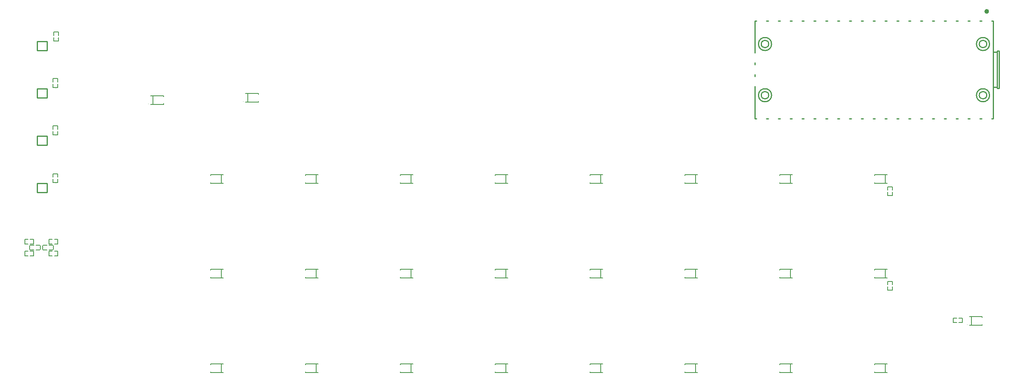
<source format=gbr>
%TF.GenerationSoftware,KiCad,Pcbnew,7.0.5-0*%
%TF.CreationDate,2023-10-31T21:53:37+01:00*%
%TF.ProjectId,20231027_vm-1_prototyp,32303233-3130-4323-975f-766d2d315f70,rev?*%
%TF.SameCoordinates,Original*%
%TF.FileFunction,Legend,Top*%
%TF.FilePolarity,Positive*%
%FSLAX46Y46*%
G04 Gerber Fmt 4.6, Leading zero omitted, Abs format (unit mm)*
G04 Created by KiCad (PCBNEW 7.0.5-0) date 2023-10-31 21:53:37*
%MOMM*%
%LPD*%
G01*
G04 APERTURE LIST*
%ADD10C,0.152400*%
%ADD11C,0.059995*%
%ADD12C,0.254000*%
%ADD13C,0.500000*%
%ADD14C,3.200000*%
%ADD15C,2.500000*%
%ADD16C,1.750000*%
%ADD17C,4.000000*%
%ADD18R,1.100000X1.000000*%
%ADD19R,0.565659X0.540005*%
%ADD20R,0.540005X0.565659*%
%ADD21R,0.790094X0.540005*%
%ADD22R,1.300000X0.600000*%
%ADD23R,1.300000X0.700000*%
%ADD24R,1.600000X3.200000*%
%ADD25R,3.200000X1.600000*%
%ADD26C,1.524000*%
%ADD27O,2.900000X3.000000*%
%ADD28C,5.000000*%
%ADD29C,1.700000*%
%ADD30O,1.700000X1.700000*%
G04 APERTURE END LIST*
D10*
%TO.C,U1*%
X94721175Y-118401137D02*
X91968724Y-118401137D01*
X94721175Y-116548660D02*
X91968724Y-116548660D01*
X94261739Y-118351124D02*
X94261739Y-116598673D01*
X91968724Y-118401137D02*
X91968724Y-118208096D01*
X91968724Y-116548660D02*
X91968724Y-116741701D01*
D11*
X95275023Y-116674898D02*
G75*
G03*
X95275023Y-116674898I-29972J0D01*
G01*
D10*
%TO.C,U10*%
X155681175Y-118401137D02*
X152928724Y-118401137D01*
X155681175Y-116548660D02*
X152928724Y-116548660D01*
X155221739Y-118351124D02*
X155221739Y-116598673D01*
X152928724Y-118401137D02*
X152928724Y-118208096D01*
X152928724Y-116548660D02*
X152928724Y-116741701D01*
D11*
X156235023Y-116674898D02*
G75*
G03*
X156235023Y-116674898I-29972J0D01*
G01*
D10*
%TO.C,U9*%
X155681175Y-98081137D02*
X152928724Y-98081137D01*
X155681175Y-96228660D02*
X152928724Y-96228660D01*
X155221739Y-98031124D02*
X155221739Y-96278673D01*
X152928724Y-98081137D02*
X152928724Y-97888096D01*
X152928724Y-96228660D02*
X152928724Y-96421701D01*
D11*
X156235023Y-96354898D02*
G75*
G03*
X156235023Y-96354898I-29972J0D01*
G01*
%TO.C,R2*%
X58800644Y-112913013D02*
G75*
G03*
X58800644Y-112913013I-29997J0D01*
G01*
D10*
X57326400Y-112664397D02*
X57326400Y-113661603D01*
X57326400Y-113661603D02*
X58044434Y-113661603D01*
X58044434Y-112664397D02*
X57326400Y-112664397D01*
X58496860Y-112664397D02*
X59214894Y-112664397D01*
X59214894Y-112664397D02*
X59214894Y-113661603D01*
X59214894Y-113661603D02*
X58496860Y-113661603D01*
%TO.C,U28*%
X254528825Y-126708863D02*
X257281276Y-126708863D01*
X254528825Y-128561340D02*
X257281276Y-128561340D01*
X254988261Y-126758876D02*
X254988261Y-128511327D01*
X257281276Y-126708863D02*
X257281276Y-126901904D01*
X257281276Y-128561340D02*
X257281276Y-128368299D01*
D11*
X254034921Y-128435102D02*
G75*
G03*
X254034921Y-128435102I-29972J0D01*
G01*
%TO.C,R3*%
X53617010Y-110373013D02*
G75*
G03*
X53617010Y-110373013I-29997J0D01*
G01*
D10*
X52142766Y-110124397D02*
X52142766Y-111121603D01*
X52142766Y-111121603D02*
X52860800Y-111121603D01*
X52860800Y-110124397D02*
X52142766Y-110124397D01*
X53313226Y-110124397D02*
X54031260Y-110124397D01*
X54031260Y-110124397D02*
X54031260Y-111121603D01*
X54031260Y-111121603D02*
X53313226Y-111121603D01*
%TO.C,U13*%
X176001175Y-118401137D02*
X173248724Y-118401137D01*
X176001175Y-116548660D02*
X173248724Y-116548660D01*
X175541739Y-118351124D02*
X175541739Y-116598673D01*
X173248724Y-118401137D02*
X173248724Y-118208096D01*
X173248724Y-116548660D02*
X173248724Y-116741701D01*
D11*
X176555023Y-116674898D02*
G75*
G03*
X176555023Y-116674898I-29972J0D01*
G01*
D10*
%TO.C,U2*%
X94721175Y-138721137D02*
X91968724Y-138721137D01*
X94721175Y-136868660D02*
X91968724Y-136868660D01*
X94261739Y-138671124D02*
X94261739Y-136918673D01*
X91968724Y-138721137D02*
X91968724Y-138528096D01*
X91968724Y-136868660D02*
X91968724Y-137061701D01*
D11*
X95275023Y-136994898D02*
G75*
G03*
X95275023Y-136994898I-29972J0D01*
G01*
%TO.C,R4*%
X57800644Y-110872987D02*
G75*
G03*
X57800644Y-110872987I-29997J0D01*
G01*
D10*
X59214894Y-111121603D02*
X59214894Y-110124397D01*
X59214894Y-110124397D02*
X58496860Y-110124397D01*
X58496860Y-111121603D02*
X59214894Y-111121603D01*
X58044434Y-111121603D02*
X57326400Y-111121603D01*
X57326400Y-111121603D02*
X57326400Y-110124397D01*
X57326400Y-110124397D02*
X58044434Y-110124397D01*
%TO.C,R9*%
X236991397Y-100691064D02*
X236991397Y-99973030D01*
X237988603Y-100691064D02*
X236991397Y-100691064D01*
X237988603Y-99973030D02*
X237988603Y-100691064D01*
X237988603Y-99520604D02*
X237988603Y-98802570D01*
X236991397Y-98802570D02*
X236991397Y-99520604D01*
X237988603Y-98802570D02*
X236991397Y-98802570D01*
D11*
X237769984Y-100246817D02*
G75*
G03*
X237769984Y-100246817I-29997J0D01*
G01*
D10*
%TO.C,U6*%
X135361175Y-98081137D02*
X132608724Y-98081137D01*
X135361175Y-96228660D02*
X132608724Y-96228660D01*
X134901739Y-98031124D02*
X134901739Y-96278673D01*
X132608724Y-98081137D02*
X132608724Y-97888096D01*
X132608724Y-96228660D02*
X132608724Y-96421701D01*
D11*
X135915023Y-96354898D02*
G75*
G03*
X135915023Y-96354898I-29972J0D01*
G01*
%TO.C,C2*%
X57642912Y-111642987D02*
G75*
G03*
X57642912Y-111642987I-29997J0D01*
G01*
D10*
X56096608Y-111394393D02*
G75*
G03*
X55944208Y-111546797I7J-152407D01*
G01*
X55944212Y-112239203D02*
G75*
G03*
X56096608Y-112391603I152403J3D01*
G01*
X58281622Y-111546797D02*
G75*
G03*
X58129222Y-111394397I-152400J0D01*
G01*
X58129222Y-112391603D02*
G75*
G03*
X58281622Y-112239203I0J152400D01*
G01*
X55944208Y-111546797D02*
X55944208Y-112239203D01*
X56096608Y-112391603D02*
X56886702Y-112391603D01*
X56886702Y-111394397D02*
X56096608Y-111394397D01*
X57339128Y-111394397D02*
X58129222Y-111394397D01*
X58129222Y-112391603D02*
X57339128Y-112391603D01*
X58281622Y-111546797D02*
X58281622Y-112239203D01*
D11*
%TO.C,R8*%
X58953984Y-97452817D02*
G75*
G03*
X58953984Y-97452817I-29997J0D01*
G01*
D10*
X59172603Y-96008570D02*
X58175397Y-96008570D01*
X58175397Y-96008570D02*
X58175397Y-96726604D01*
X59172603Y-96726604D02*
X59172603Y-96008570D01*
X59172603Y-97179030D02*
X59172603Y-97897064D01*
X59172603Y-97897064D02*
X58175397Y-97897064D01*
X58175397Y-97897064D02*
X58175397Y-97179030D01*
%TO.C,U8*%
X135361175Y-138721137D02*
X132608724Y-138721137D01*
X135361175Y-136868660D02*
X132608724Y-136868660D01*
X134901739Y-138671124D02*
X134901739Y-136918673D01*
X132608724Y-138721137D02*
X132608724Y-138528096D01*
X132608724Y-136868660D02*
X132608724Y-137061701D01*
D11*
X135915023Y-136994898D02*
G75*
G03*
X135915023Y-136994898I-29972J0D01*
G01*
D10*
%TO.C,R11*%
X251098936Y-127009397D02*
X251816970Y-127009397D01*
X251098936Y-128006603D02*
X251098936Y-127009397D01*
X251816970Y-128006603D02*
X251098936Y-128006603D01*
X252269396Y-128006603D02*
X252987430Y-128006603D01*
X252987430Y-127009397D02*
X252269396Y-127009397D01*
X252987430Y-128006603D02*
X252987430Y-127009397D01*
D11*
X251573180Y-127757987D02*
G75*
G03*
X251573180Y-127757987I-29997J0D01*
G01*
D10*
%TO.C,U20*%
X216641175Y-138721137D02*
X213888724Y-138721137D01*
X216641175Y-136868660D02*
X213888724Y-136868660D01*
X216181739Y-138671124D02*
X216181739Y-136918673D01*
X213888724Y-138721137D02*
X213888724Y-138528096D01*
X213888724Y-136868660D02*
X213888724Y-137061701D01*
D11*
X217195023Y-136994898D02*
G75*
G03*
X217195023Y-136994898I-29972J0D01*
G01*
%TO.C,U31*%
X58809896Y-87900000D02*
G75*
G03*
X58809896Y-87900000I-29972J0D01*
G01*
D12*
X54794656Y-87892888D02*
X54794656Y-89907874D01*
X54794656Y-89907874D02*
X56935118Y-89907874D01*
X56935118Y-87892888D02*
X54794656Y-87892888D01*
X56935118Y-89907874D02*
X56935118Y-87892888D01*
D10*
%TO.C,U4*%
X115041175Y-118401137D02*
X112288724Y-118401137D01*
X115041175Y-116548660D02*
X112288724Y-116548660D01*
X114581739Y-118351124D02*
X114581739Y-116598673D01*
X112288724Y-118401137D02*
X112288724Y-118208096D01*
X112288724Y-116548660D02*
X112288724Y-116741701D01*
D11*
X115595023Y-116674898D02*
G75*
G03*
X115595023Y-116674898I-29972J0D01*
G01*
%TO.C,R1*%
X52617010Y-113412987D02*
G75*
G03*
X52617010Y-113412987I-29997J0D01*
G01*
D10*
X54031260Y-113661603D02*
X54031260Y-112664397D01*
X54031260Y-112664397D02*
X53313226Y-112664397D01*
X53313226Y-113661603D02*
X54031260Y-113661603D01*
X52860800Y-113661603D02*
X52142766Y-113661603D01*
X52142766Y-113661603D02*
X52142766Y-112664397D01*
X52142766Y-112664397D02*
X52860800Y-112664397D01*
D11*
%TO.C,R7*%
X58953984Y-87189183D02*
G75*
G03*
X58953984Y-87189183I-29997J0D01*
G01*
D10*
X59172603Y-85744936D02*
X58175397Y-85744936D01*
X58175397Y-85744936D02*
X58175397Y-86462970D01*
X59172603Y-86462970D02*
X59172603Y-85744936D01*
X59172603Y-86915396D02*
X59172603Y-87633430D01*
X59172603Y-87633430D02*
X58175397Y-87633430D01*
X58175397Y-87633430D02*
X58175397Y-86915396D01*
D11*
%TO.C,U30*%
X58809896Y-77740000D02*
G75*
G03*
X58809896Y-77740000I-29972J0D01*
G01*
D12*
X54794656Y-77732888D02*
X54794656Y-79747874D01*
X54794656Y-79747874D02*
X56935118Y-79747874D01*
X56935118Y-77732888D02*
X54794656Y-77732888D01*
X56935118Y-79747874D02*
X56935118Y-77732888D01*
D10*
%TO.C,U7*%
X135361175Y-118401137D02*
X132608724Y-118401137D01*
X135361175Y-116548660D02*
X132608724Y-116548660D01*
X134901739Y-118351124D02*
X134901739Y-116598673D01*
X132608724Y-118401137D02*
X132608724Y-118208096D01*
X132608724Y-116548660D02*
X132608724Y-116741701D01*
D11*
X135915023Y-116674898D02*
G75*
G03*
X135915023Y-116674898I-29972J0D01*
G01*
D10*
%TO.C,U22*%
X236961175Y-118401137D02*
X234208724Y-118401137D01*
X236961175Y-116548660D02*
X234208724Y-116548660D01*
X236501739Y-118351124D02*
X236501739Y-116598673D01*
X234208724Y-118401137D02*
X234208724Y-118208096D01*
X234208724Y-116548660D02*
X234208724Y-116741701D01*
D11*
X237515023Y-116674898D02*
G75*
G03*
X237515023Y-116674898I-29972J0D01*
G01*
D10*
%TO.C,U26*%
X79141825Y-79253863D02*
X81894276Y-79253863D01*
X79141825Y-81106340D02*
X81894276Y-81106340D01*
X79601261Y-79303876D02*
X79601261Y-81056327D01*
X81894276Y-79253863D02*
X81894276Y-79446904D01*
X81894276Y-81106340D02*
X81894276Y-80913299D01*
D11*
X78647921Y-80980102D02*
G75*
G03*
X78647921Y-80980102I-29972J0D01*
G01*
D10*
%TO.C,R10*%
X236991397Y-121011064D02*
X236991397Y-120293030D01*
X237988603Y-121011064D02*
X236991397Y-121011064D01*
X237988603Y-120293030D02*
X237988603Y-121011064D01*
X237988603Y-119840604D02*
X237988603Y-119122570D01*
X236991397Y-119122570D02*
X236991397Y-119840604D01*
X237988603Y-119122570D02*
X236991397Y-119122570D01*
D11*
X237769984Y-120566817D02*
G75*
G03*
X237769984Y-120566817I-29997J0D01*
G01*
D10*
%TO.C,U25*%
X94721175Y-98081137D02*
X91968724Y-98081137D01*
X94721175Y-96228660D02*
X91968724Y-96228660D01*
X94261739Y-98031124D02*
X94261739Y-96278673D01*
X91968724Y-98081137D02*
X91968724Y-97888096D01*
X91968724Y-96228660D02*
X91968724Y-96421701D01*
D11*
X95275023Y-96354898D02*
G75*
G03*
X95275023Y-96354898I-29972J0D01*
G01*
%TO.C,R6*%
X58953984Y-77029183D02*
G75*
G03*
X58953984Y-77029183I-29997J0D01*
G01*
D10*
X59172603Y-75584936D02*
X58175397Y-75584936D01*
X58175397Y-75584936D02*
X58175397Y-76302970D01*
X59172603Y-76302970D02*
X59172603Y-75584936D01*
X59172603Y-76755396D02*
X59172603Y-77473430D01*
X59172603Y-77473430D02*
X58175397Y-77473430D01*
X58175397Y-77473430D02*
X58175397Y-76755396D01*
%TO.C,U21*%
X236961175Y-98081137D02*
X234208724Y-98081137D01*
X236961175Y-96228660D02*
X234208724Y-96228660D01*
X236501739Y-98031124D02*
X236501739Y-96278673D01*
X234208724Y-98081137D02*
X234208724Y-97888096D01*
X234208724Y-96228660D02*
X234208724Y-96421701D01*
D11*
X237515023Y-96354898D02*
G75*
G03*
X237515023Y-96354898I-29972J0D01*
G01*
D10*
%TO.C,U18*%
X216641175Y-98081137D02*
X213888724Y-98081137D01*
X216641175Y-96228660D02*
X213888724Y-96228660D01*
X216181739Y-98031124D02*
X216181739Y-96278673D01*
X213888724Y-98081137D02*
X213888724Y-97888096D01*
X213888724Y-96228660D02*
X213888724Y-96421701D01*
D11*
X217195023Y-96354898D02*
G75*
G03*
X217195023Y-96354898I-29972J0D01*
G01*
%TO.C,U29*%
X58809896Y-67580000D02*
G75*
G03*
X58809896Y-67580000I-29972J0D01*
G01*
D12*
X54794656Y-67572888D02*
X54794656Y-69587874D01*
X54794656Y-69587874D02*
X56935118Y-69587874D01*
X56935118Y-67572888D02*
X54794656Y-67572888D01*
X56935118Y-69587874D02*
X56935118Y-67572888D01*
D10*
%TO.C,U17*%
X196321175Y-138721137D02*
X193568724Y-138721137D01*
X196321175Y-136868660D02*
X193568724Y-136868660D01*
X195861739Y-138671124D02*
X195861739Y-136918673D01*
X193568724Y-138721137D02*
X193568724Y-138528096D01*
X193568724Y-136868660D02*
X193568724Y-137061701D01*
D11*
X196875023Y-136994898D02*
G75*
G03*
X196875023Y-136994898I-29972J0D01*
G01*
D10*
%TO.C,U23*%
X236961175Y-138721137D02*
X234208724Y-138721137D01*
X236961175Y-136868660D02*
X234208724Y-136868660D01*
X236501739Y-138671124D02*
X236501739Y-136918673D01*
X234208724Y-138721137D02*
X234208724Y-138528096D01*
X234208724Y-136868660D02*
X234208724Y-137061701D01*
D11*
X237515023Y-136994898D02*
G75*
G03*
X237515023Y-136994898I-29972J0D01*
G01*
D10*
%TO.C,U14*%
X176001175Y-138721137D02*
X173248724Y-138721137D01*
X176001175Y-136868660D02*
X173248724Y-136868660D01*
X175541739Y-138671124D02*
X175541739Y-136918673D01*
X173248724Y-138721137D02*
X173248724Y-138528096D01*
X173248724Y-136868660D02*
X173248724Y-137061701D01*
D11*
X176555023Y-136994898D02*
G75*
G03*
X176555023Y-136994898I-29972J0D01*
G01*
%TO.C,U32*%
X58809896Y-98060000D02*
G75*
G03*
X58809896Y-98060000I-29972J0D01*
G01*
D12*
X54794656Y-98052888D02*
X54794656Y-100067874D01*
X54794656Y-100067874D02*
X56935118Y-100067874D01*
X56935118Y-98052888D02*
X54794656Y-98052888D01*
X56935118Y-100067874D02*
X56935118Y-98052888D01*
D10*
%TO.C,U12*%
X176001175Y-98081137D02*
X173248724Y-98081137D01*
X176001175Y-96228660D02*
X173248724Y-96228660D01*
X175541739Y-98031124D02*
X175541739Y-96278673D01*
X173248724Y-98081137D02*
X173248724Y-97888096D01*
X173248724Y-96228660D02*
X173248724Y-96421701D01*
D11*
X176555023Y-96354898D02*
G75*
G03*
X176555023Y-96354898I-29972J0D01*
G01*
D12*
%TO.C,U27*%
X260879848Y-77659594D02*
X260879848Y-69659695D01*
X260879848Y-77659594D02*
X260479670Y-77659594D01*
X260479670Y-77659594D02*
X260479670Y-69659695D01*
X260479670Y-77462464D02*
X259579822Y-77462464D01*
X260479670Y-69851008D02*
X259605298Y-69851008D01*
X260479670Y-69659695D02*
X260879848Y-69659695D01*
X259605298Y-69851008D02*
X259579822Y-69825583D01*
X259580000Y-84160051D02*
X259580000Y-63160051D01*
X259580000Y-63160051D02*
X259241163Y-63160051D01*
X259241062Y-84159924D02*
X259579822Y-84159924D01*
X257178908Y-63160051D02*
X256701158Y-63160051D01*
X256701158Y-84160051D02*
X257178908Y-84160051D01*
X254638903Y-63160051D02*
X254161153Y-63160051D01*
X254161153Y-84160051D02*
X254638903Y-84160051D01*
X252098898Y-63160051D02*
X251621148Y-63160051D01*
X251621148Y-84160051D02*
X252098898Y-84160051D01*
X249558893Y-63160051D02*
X249081143Y-63160051D01*
X249081143Y-84160051D02*
X249558893Y-84160051D01*
X247018887Y-63160051D02*
X246541138Y-63160051D01*
X246541138Y-84160051D02*
X247018887Y-84160051D01*
X244478882Y-63160051D02*
X244001133Y-63160051D01*
X244001133Y-84160051D02*
X244478882Y-84160051D01*
X241938877Y-63160051D02*
X241461128Y-63160051D01*
X241461128Y-84160051D02*
X241938877Y-84160051D01*
X239398872Y-63160051D02*
X238921123Y-63160051D01*
X238921123Y-84160051D02*
X239398872Y-84160051D01*
X236858867Y-63160051D02*
X236381118Y-63160051D01*
X236381118Y-84160051D02*
X236858867Y-84160051D01*
X234318862Y-63160051D02*
X233841113Y-63160051D01*
X233841113Y-84160051D02*
X234318862Y-84160051D01*
X231778857Y-63160051D02*
X231301107Y-63160051D01*
X231301107Y-84160051D02*
X231778857Y-84160051D01*
X229238852Y-63160051D02*
X228761102Y-63160051D01*
X228761102Y-84160051D02*
X229238852Y-84160051D01*
X226698847Y-63160051D02*
X226221097Y-63160051D01*
X226221097Y-84160051D02*
X226698847Y-84160051D01*
X224158842Y-63160051D02*
X223681092Y-63160051D01*
X223681092Y-84160051D02*
X224158842Y-84160051D01*
X221618837Y-63160051D02*
X221141087Y-63160051D01*
X221141087Y-84160051D02*
X221618837Y-84160051D01*
X219078832Y-63160051D02*
X218601082Y-63160051D01*
X218601082Y-84160051D02*
X219078832Y-84160051D01*
X216538827Y-63160051D02*
X216061077Y-63160051D01*
X216061077Y-84160051D02*
X216538827Y-84160051D01*
X213998821Y-63160051D02*
X213521072Y-63160051D01*
X213521072Y-84160051D02*
X213998821Y-84160051D01*
X211458816Y-63160051D02*
X210981067Y-63160051D01*
X210981067Y-84160051D02*
X211458816Y-84160051D01*
X208918811Y-63160051D02*
X208579975Y-63160051D01*
X208579975Y-84160051D02*
X208918811Y-84160051D01*
X208579975Y-77231095D02*
X208579975Y-84160051D01*
X208579975Y-74691090D02*
X208579975Y-75168890D01*
X208579975Y-72151085D02*
X208579975Y-72628885D01*
X208579975Y-63160051D02*
X208579975Y-70088880D01*
D11*
X259610022Y-63160000D02*
G75*
G03*
X259610022Y-63160000I-29997J0D01*
G01*
D13*
X258479796Y-61159873D02*
G75*
G03*
X258479796Y-61159873I-249936J0D01*
G01*
D12*
X258230115Y-79159873D02*
G75*
G03*
X258230115Y-79159873I-800102J0D01*
G01*
X258830064Y-79159873D02*
G75*
G03*
X258830064Y-79159873I-1400051J0D01*
G01*
X258230115Y-68159873D02*
G75*
G03*
X258230115Y-68159873I-800102J0D01*
G01*
X258830064Y-68159873D02*
G75*
G03*
X258830064Y-68159873I-1400051J0D01*
G01*
X211530088Y-79159873D02*
G75*
G03*
X211530088Y-79159873I-800101J0D01*
G01*
X212130038Y-79159873D02*
G75*
G03*
X212130038Y-79159873I-1400051J0D01*
G01*
X211530088Y-68159873D02*
G75*
G03*
X211530088Y-68159873I-800101J0D01*
G01*
X212130038Y-68159873D02*
G75*
G03*
X212130038Y-68159873I-1400051J0D01*
G01*
D10*
%TO.C,U11*%
X155681175Y-138721137D02*
X152928724Y-138721137D01*
X155681175Y-136868660D02*
X152928724Y-136868660D01*
X155221739Y-138671124D02*
X155221739Y-136918673D01*
X152928724Y-138721137D02*
X152928724Y-138528096D01*
X152928724Y-136868660D02*
X152928724Y-137061701D01*
D11*
X156235023Y-136994898D02*
G75*
G03*
X156235023Y-136994898I-29972J0D01*
G01*
%TO.C,C1*%
X53848912Y-112143013D02*
G75*
G03*
X53848912Y-112143013I-29997J0D01*
G01*
D10*
X55335222Y-112391607D02*
G75*
G03*
X55487622Y-112239203I-7J152407D01*
G01*
X55487618Y-111546797D02*
G75*
G03*
X55335222Y-111394397I-152403J-3D01*
G01*
X53150208Y-112239203D02*
G75*
G03*
X53302608Y-112391603I152400J0D01*
G01*
X53302608Y-111394397D02*
G75*
G03*
X53150208Y-111546797I0J-152400D01*
G01*
X55487622Y-112239203D02*
X55487622Y-111546797D01*
X55335222Y-111394397D02*
X54545128Y-111394397D01*
X54545128Y-112391603D02*
X55335222Y-112391603D01*
X54092702Y-112391603D02*
X53302608Y-112391603D01*
X53302608Y-111394397D02*
X54092702Y-111394397D01*
X53150208Y-112239203D02*
X53150208Y-111546797D01*
%TO.C,U3*%
X115041175Y-98081137D02*
X112288724Y-98081137D01*
X115041175Y-96228660D02*
X112288724Y-96228660D01*
X114581739Y-98031124D02*
X114581739Y-96278673D01*
X112288724Y-98081137D02*
X112288724Y-97888096D01*
X112288724Y-96228660D02*
X112288724Y-96421701D01*
D11*
X115595023Y-96354898D02*
G75*
G03*
X115595023Y-96354898I-29972J0D01*
G01*
D10*
%TO.C,U19*%
X216641175Y-118401137D02*
X213888724Y-118401137D01*
X216641175Y-116548660D02*
X213888724Y-116548660D01*
X216181739Y-118351124D02*
X216181739Y-116598673D01*
X213888724Y-118401137D02*
X213888724Y-118208096D01*
X213888724Y-116548660D02*
X213888724Y-116741701D01*
D11*
X217195023Y-116674898D02*
G75*
G03*
X217195023Y-116674898I-29972J0D01*
G01*
D10*
%TO.C,U16*%
X196321175Y-118401137D02*
X193568724Y-118401137D01*
X196321175Y-116548660D02*
X193568724Y-116548660D01*
X195861739Y-118351124D02*
X195861739Y-116598673D01*
X193568724Y-118401137D02*
X193568724Y-118208096D01*
X193568724Y-116548660D02*
X193568724Y-116741701D01*
D11*
X196875023Y-116674898D02*
G75*
G03*
X196875023Y-116674898I-29972J0D01*
G01*
D10*
%TO.C,R5*%
X58368447Y-67492247D02*
X58368447Y-66774213D01*
X59365653Y-67492247D02*
X58368447Y-67492247D01*
X59365653Y-66774213D02*
X59365653Y-67492247D01*
X59365653Y-66321787D02*
X59365653Y-65603753D01*
X58368447Y-65603753D02*
X58368447Y-66321787D01*
X59365653Y-65603753D02*
X58368447Y-65603753D01*
D11*
X59147034Y-67048000D02*
G75*
G03*
X59147034Y-67048000I-29997J0D01*
G01*
D10*
%TO.C,U15*%
X196321175Y-98081137D02*
X193568724Y-98081137D01*
X196321175Y-96228660D02*
X193568724Y-96228660D01*
X195861739Y-98031124D02*
X195861739Y-96278673D01*
X193568724Y-98081137D02*
X193568724Y-97888096D01*
X193568724Y-96228660D02*
X193568724Y-96421701D01*
D11*
X196875023Y-96354898D02*
G75*
G03*
X196875023Y-96354898I-29972J0D01*
G01*
D10*
%TO.C,U5*%
X115041175Y-138721137D02*
X112288724Y-138721137D01*
X115041175Y-136868660D02*
X112288724Y-136868660D01*
X114581739Y-138671124D02*
X114581739Y-136918673D01*
X112288724Y-138721137D02*
X112288724Y-138528096D01*
X112288724Y-136868660D02*
X112288724Y-137061701D01*
D11*
X115595023Y-136994898D02*
G75*
G03*
X115595023Y-136994898I-29972J0D01*
G01*
%TO.C,U24*%
X98967921Y-80515102D02*
G75*
G03*
X98967921Y-80515102I-29972J0D01*
G01*
D10*
X102214276Y-80641340D02*
X102214276Y-80448299D01*
X102214276Y-78788863D02*
X102214276Y-78981904D01*
X99921261Y-78838876D02*
X99921261Y-80591327D01*
X99461825Y-80641340D02*
X102214276Y-80641340D01*
X99461825Y-78788863D02*
X102214276Y-78788863D01*
%TD*%
%LPC*%
D14*
%TO.C,H5*%
X40000000Y-60000000D03*
%TD*%
%TO.C,H4*%
X255000000Y-90000000D03*
%TD*%
%TO.C,H3*%
X255000000Y-150000000D03*
%TD*%
%TO.C,H2*%
X40000000Y-150000000D03*
%TD*%
%TO.C,H1*%
X40000000Y-90000000D03*
%TD*%
D15*
%TO.C,SW27*%
X89408000Y-78740000D03*
X83058000Y-76200000D03*
D16*
X91948000Y-73660000D03*
D17*
X86868000Y-73660000D03*
D16*
X81788000Y-73660000D03*
%TD*%
D18*
%TO.C,U1*%
X95079950Y-117475000D03*
X91610050Y-117475000D03*
%TD*%
%TO.C,U10*%
X156039950Y-117475000D03*
X152570050Y-117475000D03*
%TD*%
%TO.C,U9*%
X156039950Y-97155000D03*
X152570050Y-97155000D03*
%TD*%
D19*
%TO.C,R2*%
X57837830Y-113163000D03*
X58703464Y-113163000D03*
%TD*%
D18*
%TO.C,U28*%
X254170050Y-127635000D03*
X257639950Y-127635000D03*
%TD*%
D19*
%TO.C,R3*%
X52654196Y-110623000D03*
X53519830Y-110623000D03*
%TD*%
D18*
%TO.C,U13*%
X176359950Y-117475000D03*
X172890050Y-117475000D03*
%TD*%
%TO.C,U2*%
X95079950Y-137795000D03*
X91610050Y-137795000D03*
%TD*%
D19*
%TO.C,R4*%
X58703464Y-110623000D03*
X57837830Y-110623000D03*
%TD*%
D20*
%TO.C,R9*%
X237490000Y-100179634D03*
X237490000Y-99314000D03*
%TD*%
D18*
%TO.C,U6*%
X135719950Y-97155000D03*
X132250050Y-97155000D03*
%TD*%
D21*
%TO.C,C2*%
X56567830Y-111893000D03*
X57658000Y-111893000D03*
%TD*%
D20*
%TO.C,R8*%
X58674000Y-96520000D03*
X58674000Y-97385634D03*
%TD*%
D18*
%TO.C,U8*%
X135719950Y-137795000D03*
X132250050Y-137795000D03*
%TD*%
D19*
%TO.C,R11*%
X251610366Y-127508000D03*
X252476000Y-127508000D03*
%TD*%
D18*
%TO.C,U20*%
X216999950Y-137795000D03*
X213530050Y-137795000D03*
%TD*%
D22*
%TO.C,U31*%
X53179975Y-88900000D03*
D23*
X58580025Y-88900000D03*
%TD*%
D18*
%TO.C,U4*%
X115399950Y-117475000D03*
X111930050Y-117475000D03*
%TD*%
D19*
%TO.C,R1*%
X53519830Y-113163000D03*
X52654196Y-113163000D03*
%TD*%
D20*
%TO.C,R7*%
X58674000Y-86256366D03*
X58674000Y-87122000D03*
%TD*%
D22*
%TO.C,U30*%
X53179975Y-78740000D03*
D23*
X58580025Y-78740000D03*
%TD*%
D18*
%TO.C,U7*%
X135719950Y-117475000D03*
X132250050Y-117475000D03*
%TD*%
%TO.C,U22*%
X237319950Y-117475000D03*
X233850050Y-117475000D03*
%TD*%
%TO.C,U26*%
X78783050Y-80180000D03*
X82252950Y-80180000D03*
%TD*%
D20*
%TO.C,R10*%
X237490000Y-120499634D03*
X237490000Y-119634000D03*
%TD*%
D18*
%TO.C,U25*%
X95079950Y-97155000D03*
X91610050Y-97155000D03*
%TD*%
D20*
%TO.C,R6*%
X58674000Y-76096366D03*
X58674000Y-76962000D03*
%TD*%
D18*
%TO.C,U21*%
X237319950Y-97155000D03*
X233850050Y-97155000D03*
%TD*%
%TO.C,U18*%
X216999950Y-97155000D03*
X213530050Y-97155000D03*
%TD*%
D22*
%TO.C,U29*%
X53179975Y-68580000D03*
D23*
X58580025Y-68580000D03*
%TD*%
D18*
%TO.C,U17*%
X196679950Y-137795000D03*
X193210050Y-137795000D03*
%TD*%
%TO.C,U23*%
X237319950Y-137795000D03*
X233850050Y-137795000D03*
%TD*%
%TO.C,U14*%
X176359950Y-137795000D03*
X172890050Y-137795000D03*
%TD*%
D22*
%TO.C,U32*%
X53179975Y-99060000D03*
D23*
X58580025Y-99060000D03*
%TD*%
D18*
%TO.C,U12*%
X176359950Y-97155000D03*
X172890050Y-97155000D03*
%TD*%
D24*
%TO.C,U27*%
X258210048Y-63572624D03*
X255670043Y-63572624D03*
X253130038Y-63572624D03*
X250590033Y-63572624D03*
X248050028Y-63572624D03*
X245510023Y-63572624D03*
X242970018Y-63572624D03*
X240430013Y-63572624D03*
X237890008Y-63572624D03*
X235350003Y-63572624D03*
X232809997Y-63572624D03*
X230269992Y-63572624D03*
X227729987Y-63572624D03*
X225189982Y-63572624D03*
X222649977Y-63572624D03*
X220109972Y-63572624D03*
X217569967Y-63572624D03*
X215029962Y-63572624D03*
X212489957Y-63572624D03*
X209949952Y-63572624D03*
X209949952Y-83747376D03*
X212489957Y-83747376D03*
X215029962Y-83747376D03*
X217569967Y-83747376D03*
X220109972Y-83747376D03*
X222649977Y-83747376D03*
X225189982Y-83747376D03*
X227729987Y-83747376D03*
X230269992Y-83747376D03*
X232809997Y-83747376D03*
X235350003Y-83747376D03*
X237890008Y-83747376D03*
X240430013Y-83747376D03*
X242970018Y-83747376D03*
X245510023Y-83747376D03*
X248050028Y-83747376D03*
X250590033Y-83747376D03*
X253130038Y-83747376D03*
X255670043Y-83747376D03*
X258210048Y-83747376D03*
D25*
X209149952Y-71119995D03*
X209149952Y-73660000D03*
X209149952Y-76200005D03*
%TD*%
D18*
%TO.C,U11*%
X156039950Y-137795000D03*
X152570050Y-137795000D03*
%TD*%
D21*
%TO.C,C1*%
X54864000Y-111893000D03*
X53773830Y-111893000D03*
%TD*%
D18*
%TO.C,U3*%
X115399950Y-97155000D03*
X111930050Y-97155000D03*
%TD*%
%TO.C,U19*%
X216999950Y-117475000D03*
X213530050Y-117475000D03*
%TD*%
%TO.C,U16*%
X196679950Y-117475000D03*
X193210050Y-117475000D03*
%TD*%
D20*
%TO.C,R5*%
X58867050Y-66980817D03*
X58867050Y-66115183D03*
%TD*%
D18*
%TO.C,U15*%
X196679950Y-97155000D03*
X193210050Y-97155000D03*
%TD*%
%TO.C,U5*%
X115399950Y-137795000D03*
X111930050Y-137795000D03*
%TD*%
%TO.C,U24*%
X102572950Y-79715000D03*
X99103050Y-79715000D03*
%TD*%
D16*
%TO.C,SW28*%
X254635000Y-133985000D03*
D17*
X249555000Y-133985000D03*
D16*
X244475000Y-133985000D03*
D15*
X253365000Y-131445000D03*
X247015000Y-128905000D03*
%TD*%
D16*
%TO.C,SW20*%
X213995000Y-123825000D03*
D17*
X208915000Y-123825000D03*
D16*
X203835000Y-123825000D03*
D15*
X212725000Y-121285000D03*
X206375000Y-118745000D03*
%TD*%
D16*
%TO.C,SW16*%
X193675000Y-103505000D03*
D17*
X188595000Y-103505000D03*
D16*
X183515000Y-103505000D03*
D15*
X192405000Y-100965000D03*
X186055000Y-98425000D03*
%TD*%
D16*
%TO.C,SW24*%
X234315000Y-144145000D03*
D17*
X229235000Y-144145000D03*
D16*
X224155000Y-144145000D03*
D15*
X233045000Y-141605000D03*
X226695000Y-139065000D03*
%TD*%
D16*
%TO.C,SW9*%
X132715000Y-144145000D03*
D17*
X127635000Y-144145000D03*
D16*
X122555000Y-144145000D03*
D15*
X131445000Y-141605000D03*
X125095000Y-139065000D03*
%TD*%
D26*
%TO.C,SW25*%
X53126000Y-116211000D03*
X58126000Y-116211000D03*
X55626000Y-116211000D03*
D27*
X62226000Y-123711000D03*
X49026000Y-123711000D03*
%TD*%
D16*
%TO.C,SW15*%
X173355000Y-144145000D03*
D17*
X168275000Y-144145000D03*
D16*
X163195000Y-144145000D03*
D15*
X172085000Y-141605000D03*
X165735000Y-139065000D03*
%TD*%
D16*
%TO.C,SW2*%
X92075000Y-123825000D03*
D17*
X86995000Y-123825000D03*
D16*
X81915000Y-123825000D03*
D15*
X90805000Y-121285000D03*
X84455000Y-118745000D03*
%TD*%
D16*
%TO.C,SW7*%
X132715000Y-103505000D03*
D17*
X127635000Y-103505000D03*
D16*
X122555000Y-103505000D03*
D15*
X131445000Y-100965000D03*
X125095000Y-98425000D03*
%TD*%
D16*
%TO.C,SW11*%
X153035000Y-123825000D03*
D17*
X147955000Y-123825000D03*
D16*
X142875000Y-123825000D03*
D15*
X151765000Y-121285000D03*
X145415000Y-118745000D03*
%TD*%
D16*
%TO.C,SW8*%
X132715000Y-123825000D03*
D17*
X127635000Y-123825000D03*
D16*
X122555000Y-123825000D03*
D15*
X131445000Y-121285000D03*
X125095000Y-118745000D03*
%TD*%
D16*
%TO.C,SW12*%
X153035000Y-144145000D03*
D17*
X147955000Y-144145000D03*
D16*
X142875000Y-144145000D03*
D15*
X151765000Y-141605000D03*
X145415000Y-139065000D03*
%TD*%
D16*
%TO.C,SW1*%
X92075000Y-103505000D03*
D17*
X86995000Y-103505000D03*
D16*
X81915000Y-103505000D03*
D15*
X90805000Y-100965000D03*
X84455000Y-98425000D03*
%TD*%
D16*
%TO.C,SW17*%
X193675000Y-123825000D03*
D17*
X188595000Y-123825000D03*
D16*
X183515000Y-123825000D03*
D15*
X192405000Y-121285000D03*
X186055000Y-118745000D03*
%TD*%
D16*
%TO.C,SW10*%
X153035000Y-103505000D03*
D17*
X147955000Y-103505000D03*
D16*
X142875000Y-103505000D03*
D15*
X151765000Y-100965000D03*
X145415000Y-98425000D03*
%TD*%
D16*
%TO.C,SW22*%
X234315000Y-103505000D03*
D17*
X229235000Y-103505000D03*
D16*
X224155000Y-103505000D03*
D15*
X233045000Y-100965000D03*
X226695000Y-98425000D03*
%TD*%
D16*
%TO.C,SW14*%
X173355000Y-123825000D03*
D17*
X168275000Y-123825000D03*
D16*
X163195000Y-123825000D03*
D15*
X172085000Y-121285000D03*
X165735000Y-118745000D03*
%TD*%
D16*
%TO.C,SW6*%
X112395000Y-144145000D03*
D17*
X107315000Y-144145000D03*
D16*
X102235000Y-144145000D03*
D15*
X111125000Y-141605000D03*
X104775000Y-139065000D03*
%TD*%
D28*
%TO.C,J2*%
X177880000Y-89610000D03*
X177880000Y-57710000D03*
X138380000Y-89610000D03*
X138380000Y-57710000D03*
D29*
X177820000Y-82550000D03*
D30*
X177820000Y-80010000D03*
X177820000Y-77470000D03*
X177820000Y-74930000D03*
X177820000Y-72390000D03*
X177820000Y-69850000D03*
X177820000Y-67310000D03*
X177820000Y-64770000D03*
%TD*%
D16*
%TO.C,SW21*%
X213995000Y-144145000D03*
D17*
X208915000Y-144145000D03*
D16*
X203835000Y-144145000D03*
D15*
X212725000Y-141605000D03*
X206375000Y-139065000D03*
%TD*%
%TO.C,SW26*%
X109728000Y-78740000D03*
X103378000Y-76200000D03*
D16*
X112268000Y-73660000D03*
D17*
X107188000Y-73660000D03*
D16*
X102108000Y-73660000D03*
%TD*%
%TO.C,SW4*%
X112395000Y-103505000D03*
D17*
X107315000Y-103505000D03*
D16*
X102235000Y-103505000D03*
D15*
X111125000Y-100965000D03*
X104775000Y-98425000D03*
%TD*%
D16*
%TO.C,SW19*%
X213995000Y-103505000D03*
D17*
X208915000Y-103505000D03*
D16*
X203835000Y-103505000D03*
D15*
X212725000Y-100965000D03*
X206375000Y-98425000D03*
%TD*%
D16*
%TO.C,SW5*%
X112395000Y-123825000D03*
D17*
X107315000Y-123825000D03*
D16*
X102235000Y-123825000D03*
D15*
X111125000Y-121285000D03*
X104775000Y-118745000D03*
%TD*%
D16*
%TO.C,SW23*%
X234315000Y-123825000D03*
D17*
X229235000Y-123825000D03*
D16*
X224155000Y-123825000D03*
D15*
X233045000Y-121285000D03*
X226695000Y-118745000D03*
%TD*%
D16*
%TO.C,SW13*%
X173355000Y-103505000D03*
D17*
X168275000Y-103505000D03*
D16*
X163195000Y-103505000D03*
D15*
X172085000Y-100965000D03*
X165735000Y-98425000D03*
%TD*%
D16*
%TO.C,SW3*%
X92075000Y-144145000D03*
D17*
X86995000Y-144145000D03*
D16*
X81915000Y-144145000D03*
D15*
X90805000Y-141605000D03*
X84455000Y-139065000D03*
%TD*%
D16*
%TO.C,SW18*%
X193675000Y-144145000D03*
D17*
X188595000Y-144145000D03*
D16*
X183515000Y-144145000D03*
D15*
X192405000Y-141605000D03*
X186055000Y-139065000D03*
%TD*%
%LPD*%
M02*

</source>
